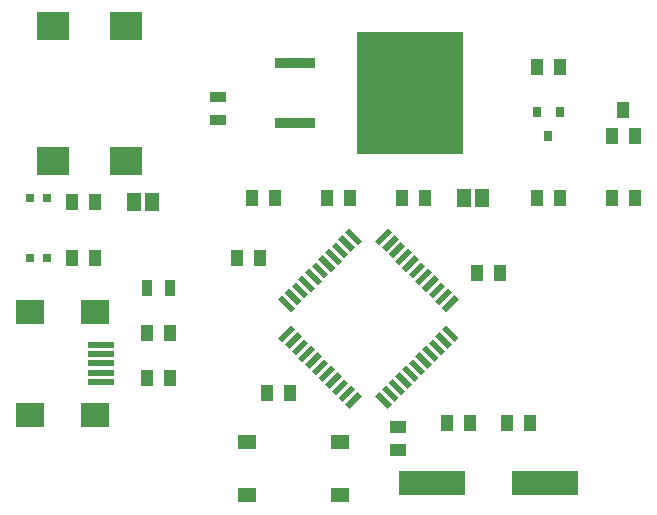
<source format=gbr>
G04 EAGLE Gerber X2 export*
%TF.Part,Single*%
%TF.FileFunction,Paste,Top*%
%TF.FilePolarity,Positive*%
%TF.GenerationSoftware,Autodesk,EAGLE,9.2.2*%
%TF.CreationDate,2018-11-13T01:57:23Z*%
G75*
%MOMM*%
%FSLAX34Y34*%
%LPD*%
%INSolderpaste Top*%
%AMOC8*
5,1,8,0,0,1.08239X$1,22.5*%
G01*
%ADD10R,1.100000X1.400000*%
%ADD11R,1.400000X1.100000*%
%ADD12R,2.400000X2.000000*%
%ADD13R,2.308000X0.500000*%
%ADD14R,1.420000X0.890000*%
%ADD15R,0.890000X1.420000*%
%ADD16R,2.800000X2.400000*%
%ADD17R,0.800000X0.800000*%
%ADD18R,0.800000X0.900000*%
%ADD19R,1.550000X1.300000*%
%ADD20R,1.168400X1.600200*%
%ADD21R,1.000000X1.400000*%
%ADD22R,1.500000X0.500000*%
%ADD23R,0.500000X1.500000*%
%ADD24R,9.000000X10.350000*%
%ADD25R,3.500000X0.950000*%
%ADD26R,5.600000X2.100000*%


D10*
X327500Y215900D03*
X307500Y215900D03*
X510700Y190500D03*
X530700Y190500D03*
X459900Y190500D03*
X479900Y190500D03*
D11*
X419100Y187800D03*
X419100Y167800D03*
D10*
X378300Y381000D03*
X358300Y381000D03*
X485300Y317500D03*
X505300Y317500D03*
X294800Y381000D03*
X314800Y381000D03*
X302100Y330200D03*
X282100Y330200D03*
D12*
X162000Y285300D03*
D13*
X167640Y257300D03*
X167640Y249300D03*
X167640Y241300D03*
X167640Y233300D03*
X167640Y225300D03*
D12*
X107000Y285300D03*
X162000Y197300D03*
X107000Y197300D03*
D14*
X266700Y447500D03*
X266700Y466900D03*
D15*
X206200Y304800D03*
X225600Y304800D03*
D16*
X127000Y526900D03*
X127000Y412900D03*
X188000Y526900D03*
X188000Y412900D03*
D17*
X106800Y330200D03*
X121800Y330200D03*
X106800Y381000D03*
X121800Y381000D03*
D18*
X555600Y454500D03*
X536600Y454500D03*
X546100Y433500D03*
D10*
X205900Y266700D03*
X225900Y266700D03*
X205900Y228600D03*
X225900Y228600D03*
X536100Y381000D03*
X556100Y381000D03*
X441800Y381000D03*
X421800Y381000D03*
X556100Y492125D03*
X536100Y492125D03*
X142400Y330200D03*
X162400Y330200D03*
X142400Y377825D03*
X162400Y377825D03*
X619600Y381000D03*
X599600Y381000D03*
D19*
X369950Y129900D03*
X290450Y129900D03*
X369950Y174900D03*
X290450Y174900D03*
D20*
X474980Y381000D03*
X490220Y381000D03*
X210820Y377825D03*
X195580Y377825D03*
D21*
X600100Y433500D03*
X619100Y433500D03*
X609600Y455500D03*
D22*
G36*
X331475Y270207D02*
X320869Y259601D01*
X317333Y263137D01*
X327939Y273743D01*
X331475Y270207D01*
G37*
G36*
X337131Y264550D02*
X326525Y253944D01*
X322989Y257480D01*
X333595Y268086D01*
X337131Y264550D01*
G37*
G36*
X342788Y258893D02*
X332182Y248287D01*
X328646Y251823D01*
X339252Y262429D01*
X342788Y258893D01*
G37*
G36*
X348445Y253237D02*
X337839Y242631D01*
X334303Y246167D01*
X344909Y256773D01*
X348445Y253237D01*
G37*
G36*
X354102Y247580D02*
X343496Y236974D01*
X339960Y240510D01*
X350566Y251116D01*
X354102Y247580D01*
G37*
G36*
X359759Y241923D02*
X349153Y231317D01*
X345617Y234853D01*
X356223Y245459D01*
X359759Y241923D01*
G37*
G36*
X365416Y236266D02*
X354810Y225660D01*
X351274Y229196D01*
X361880Y239802D01*
X365416Y236266D01*
G37*
G36*
X371073Y230609D02*
X360467Y220003D01*
X356931Y223539D01*
X367537Y234145D01*
X371073Y230609D01*
G37*
G36*
X376729Y224952D02*
X366123Y214346D01*
X362587Y217882D01*
X373193Y228488D01*
X376729Y224952D01*
G37*
G36*
X382386Y219295D02*
X371780Y208689D01*
X368244Y212225D01*
X378850Y222831D01*
X382386Y219295D01*
G37*
G36*
X388043Y213639D02*
X377437Y203033D01*
X373901Y206569D01*
X384507Y217175D01*
X388043Y213639D01*
G37*
D23*
G36*
X413499Y206569D02*
X409963Y203033D01*
X399357Y213639D01*
X402893Y217175D01*
X413499Y206569D01*
G37*
G36*
X419156Y212225D02*
X415620Y208689D01*
X405014Y219295D01*
X408550Y222831D01*
X419156Y212225D01*
G37*
G36*
X424813Y217882D02*
X421277Y214346D01*
X410671Y224952D01*
X414207Y228488D01*
X424813Y217882D01*
G37*
G36*
X430469Y223539D02*
X426933Y220003D01*
X416327Y230609D01*
X419863Y234145D01*
X430469Y223539D01*
G37*
G36*
X436126Y229196D02*
X432590Y225660D01*
X421984Y236266D01*
X425520Y239802D01*
X436126Y229196D01*
G37*
G36*
X441783Y234853D02*
X438247Y231317D01*
X427641Y241923D01*
X431177Y245459D01*
X441783Y234853D01*
G37*
G36*
X447440Y240510D02*
X443904Y236974D01*
X433298Y247580D01*
X436834Y251116D01*
X447440Y240510D01*
G37*
G36*
X453097Y246167D02*
X449561Y242631D01*
X438955Y253237D01*
X442491Y256773D01*
X453097Y246167D01*
G37*
G36*
X458754Y251823D02*
X455218Y248287D01*
X444612Y258893D01*
X448148Y262429D01*
X458754Y251823D01*
G37*
G36*
X464411Y257480D02*
X460875Y253944D01*
X450269Y264550D01*
X453805Y268086D01*
X464411Y257480D01*
G37*
G36*
X470067Y263137D02*
X466531Y259601D01*
X455925Y270207D01*
X459461Y273743D01*
X470067Y263137D01*
G37*
D22*
G36*
X470067Y295663D02*
X459461Y285057D01*
X455925Y288593D01*
X466531Y299199D01*
X470067Y295663D01*
G37*
G36*
X464411Y301320D02*
X453805Y290714D01*
X450269Y294250D01*
X460875Y304856D01*
X464411Y301320D01*
G37*
G36*
X458754Y306977D02*
X448148Y296371D01*
X444612Y299907D01*
X455218Y310513D01*
X458754Y306977D01*
G37*
G36*
X453097Y312633D02*
X442491Y302027D01*
X438955Y305563D01*
X449561Y316169D01*
X453097Y312633D01*
G37*
G36*
X447440Y318290D02*
X436834Y307684D01*
X433298Y311220D01*
X443904Y321826D01*
X447440Y318290D01*
G37*
G36*
X441783Y323947D02*
X431177Y313341D01*
X427641Y316877D01*
X438247Y327483D01*
X441783Y323947D01*
G37*
G36*
X436126Y329604D02*
X425520Y318998D01*
X421984Y322534D01*
X432590Y333140D01*
X436126Y329604D01*
G37*
G36*
X430469Y335261D02*
X419863Y324655D01*
X416327Y328191D01*
X426933Y338797D01*
X430469Y335261D01*
G37*
G36*
X424813Y340918D02*
X414207Y330312D01*
X410671Y333848D01*
X421277Y344454D01*
X424813Y340918D01*
G37*
G36*
X419156Y346575D02*
X408550Y335969D01*
X405014Y339505D01*
X415620Y350111D01*
X419156Y346575D01*
G37*
G36*
X413499Y352231D02*
X402893Y341625D01*
X399357Y345161D01*
X409963Y355767D01*
X413499Y352231D01*
G37*
D23*
G36*
X388043Y345161D02*
X384507Y341625D01*
X373901Y352231D01*
X377437Y355767D01*
X388043Y345161D01*
G37*
G36*
X382386Y339505D02*
X378850Y335969D01*
X368244Y346575D01*
X371780Y350111D01*
X382386Y339505D01*
G37*
G36*
X376729Y333848D02*
X373193Y330312D01*
X362587Y340918D01*
X366123Y344454D01*
X376729Y333848D01*
G37*
G36*
X371073Y328191D02*
X367537Y324655D01*
X356931Y335261D01*
X360467Y338797D01*
X371073Y328191D01*
G37*
G36*
X365416Y322534D02*
X361880Y318998D01*
X351274Y329604D01*
X354810Y333140D01*
X365416Y322534D01*
G37*
G36*
X359759Y316877D02*
X356223Y313341D01*
X345617Y323947D01*
X349153Y327483D01*
X359759Y316877D01*
G37*
G36*
X354102Y311220D02*
X350566Y307684D01*
X339960Y318290D01*
X343496Y321826D01*
X354102Y311220D01*
G37*
G36*
X348445Y305563D02*
X344909Y302027D01*
X334303Y312633D01*
X337839Y316169D01*
X348445Y305563D01*
G37*
G36*
X342788Y299907D02*
X339252Y296371D01*
X328646Y306977D01*
X332182Y310513D01*
X342788Y299907D01*
G37*
G36*
X337131Y294250D02*
X333595Y290714D01*
X322989Y301320D01*
X326525Y304856D01*
X337131Y294250D01*
G37*
G36*
X331475Y288593D02*
X327939Y285057D01*
X317333Y295663D01*
X320869Y299199D01*
X331475Y288593D01*
G37*
D24*
X428700Y469900D03*
D25*
X331200Y444500D03*
X331200Y495300D03*
D26*
X447800Y139700D03*
X542800Y139700D03*
M02*

</source>
